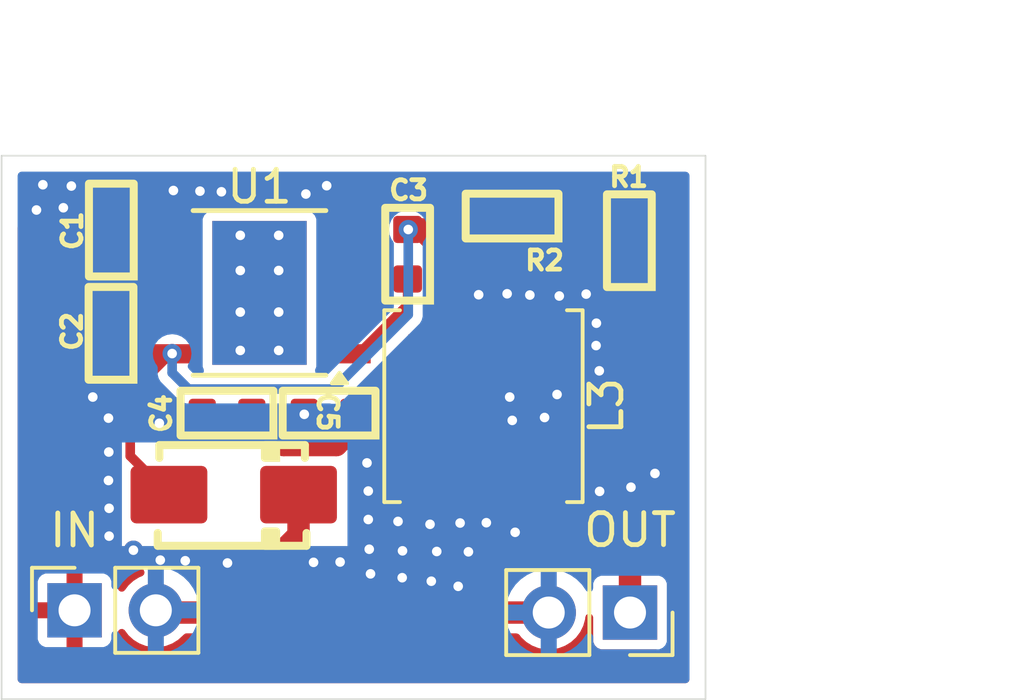
<source format=kicad_pcb>
(kicad_pcb (version 20240108) (generator "pcbnew") (generator_version "8.0")
  (layers (0 "F.Cu" signal) (31 "B.Cu" signal) (34 "B.Paste" user) (35 "F.Paste" user) (36 "B.SilkS" user "B.Silkscreen") (37 "F.SilkS" user "F.Silkscreen") (38 "B.Mask" user) (39 "F.Mask" user) (44 "Edge.Cuts" user))
  (net 0 "")
  (net 1 "GND")
  (net 2 "Net-(U1-BOOT)")
  (net 3 "/Vout")
  (net 4 "Net-(R1-Pad2)")
  (net 5 "/Vin")
  (net 8 "Net-(D3-K)")
  (net 9 "AGND")
  (footprint "KICAD_USB_FOOTPRINT_CUS:Package-Diode-D_SMA" (layer "F.Cu") (at 129.63 38.5525 180)
    (property "Reference" "D3" (hide yes))
    (property "Value" "D_Schottky_Small" (hide yes))
    (fp_line (start 2.45 -1.6) (end 2.45 -1.200001) (stroke (width 0.25)) (layer "F.SilkS"))
    (fp_line (start 2.4 1.55) (end 2.4 1.15) (stroke (width 0.25)) (layer "F.SilkS"))
    (fp_line (start -2.15 1.55) (end 2.4 1.55) (stroke (width 0.25)) (layer "F.SilkS"))
    (fp_line (start -2.15 1.15) (end -2.15 1.55) (stroke (width 0.25)) (layer "F.SilkS"))
    (fp_line (start -2.2 -1.6) (end 2.45 -1.6) (stroke (width 0.25)) (layer "F.SilkS"))
    (fp_line (start -2.2 -1.6) (end -2.2 -1.2) (stroke (width 0.25)) (layer "F.SilkS"))
    (fp_poly (pts (xy -1.25 1.15) (xy -0.9 1.15) (xy -0.900001 1.55) (xy -1.25 1.55)) (stroke (width 0.25)) (fill solid) (layer "F.SilkS"))
    (fp_poly (pts (xy -1.25 -1.6) (xy -0.9 -1.6) (xy -0.9 -1.15) (xy -1.25 -1.15)) (stroke (width 0.25)) (fill solid) (layer "F.SilkS"))
    (pad "1" smd roundrect (at 2.1 0 180) (size 2.4 1.8) (layers "F.Cu" "F.Paste" "F.Mask") (roundrect_rratio 0.1) (net 8 "Net-(D3-K)"))
    (pad "2" smd roundrect (at -1.95 0 180) (size 2.4 1.8) (layers "F.Cu" "F.Paste" "F.Mask") (roundrect_rratio 0.1) (net 1 "GND"))
  )
  (footprint "KICAD_USB_FOOTPRINT_CUS:C_0603" (layer "F.Cu") (at 132.535 36.0025 180)
    (property "Reference" "C5" (at 0.045 0.0325 -90) (layer "F.SilkS") (effects (font (size 0.6 0.6) (thickness 0.15) (bold yes))))
    (property "Value" "10uF" (hide yes))
    (fp_poly (pts (xy -1.4508 -0.7) (xy 1.4508 -0.7) (xy 1.4508 0.7) (xy -1.4508 0.7)) (stroke (width 0.25)) (fill none) (layer "F.SilkS"))
    (pad "1" smd roundrect (at -0.775 0) (size 0.85 0.9) (layers "F.Cu" "F.Paste" "F.Mask") (roundrect_rratio 0.15) (net 3 "/Vout"))
    (pad "2" smd roundrect (at 0.775 0) (size 0.85 0.9) (layers "F.Cu" "F.Paste" "F.Mask") (roundrect_rratio 0.15) (net 1 "GND"))
  )
  (footprint "KICAD_USB_FOOTPRINT_CUS:C_0603" (layer "F.Cu") (at 129.345 36.002501 180)
    (property "Reference" "C4" (at 2.055 -0.010001 90) (layer "F.SilkS") (effects (font (size 0.6 0.6) (thickness 0.15) (bold yes))))
    (property "Value" "1uF" (hide yes))
    (fp_poly (pts (xy -1.4508 -0.7) (xy 1.4508 -0.7) (xy 1.4508 0.7) (xy -1.4508 0.7)) (stroke (width 0.25)) (fill none) (layer "F.SilkS"))
    (pad "1" smd roundrect (at -0.775 0) (size 0.85 0.9) (layers "F.Cu" "F.Paste" "F.Mask") (roundrect_rratio 0.15) (net 3 "/Vout"))
    (pad "2" smd roundrect (at 0.775 0) (size 0.85 0.9) (layers "F.Cu" "F.Paste" "F.Mask") (roundrect_rratio 0.15) (net 1 "GND"))
  )
  (footprint "Package_SO:TI_SO-PowerPAD-8_ThermalVias" (layer "F.Cu") (at 130.36 32.2425 180)
    (property "Reference" "U1" (at 0 3.320001 0) (layer "F.SilkS"))
    (property "Value" "TPS5430DDA" (hide yes))
    (fp_line (start -2.075001 2.575) (end 2.075001 2.575) (stroke (width 0.15)) (layer "F.SilkS"))
    (fp_line (start -2.075001 -2.575) (end 2.075001 -2.575) (stroke (width 0.15)) (layer "F.SilkS"))
    (fp_poly (pts (xy -2.5 -2.5) (xy -2.74 -2.83) (xy -2.26 -2.83) (xy -2.5 -2.5)) (stroke (width 0.12)) (fill solid) (layer "F.SilkS"))
    (pad "1" smd rect (at -2.7 -1.905 180) (size 1.55 0.6) (layers "F.Cu" "F.Paste" "F.Mask") (net 2 "Net-(U1-BOOT)"))
    (pad "2" smd rect (at -2.7 -0.635 180) (size 1.55 0.6) (layers "F.Cu" "F.Paste" "F.Mask"))
    (pad "3" smd rect (at -2.7 0.635 180) (size 1.55 0.6) (layers "F.Cu" "F.Paste" "F.Mask"))
    (pad "4" smd rect (at -2.7 1.905 180) (size 1.55 0.6) (layers "F.Cu" "F.Paste" "F.Mask") (net 1 "GND"))
    (pad "5" smd rect (at 2.7 1.905 180) (size 1.55 0.6) (layers "F.Cu" "F.Paste" "F.Mask") (net 1 "GND"))
    (pad "6" smd rect (at 2.7 0.635 180) (size 1.55 0.6) (layers "F.Cu" "F.Paste" "F.Mask") (net 1 "GND"))
    (pad "7" smd rect (at 2.7 -0.635 180) (size 1.55 0.6) (layers "F.Cu" "F.Paste" "F.Mask") (net 5 "/Vin"))
    (pad "8" smd rect (at 2.7 -1.905 180) (size 1.55 0.6) (layers "F.Cu" "F.Paste" "F.Mask") (net 8 "Net-(D3-K)"))
    (pad "9" thru_hole circle (at -0.6 -1.8 180) (size 0.6 0.6) (drill 0.3) (layers "*.Cu") (net 9 "AGND"))
    (pad "9" thru_hole circle (at -0.6 -0.6 180) (size 0.6 0.6) (drill 0.3) (layers "*.Cu") (net 9 "AGND"))
    (pad "9" thru_hole circle (at -0.6 0.7 180) (size 0.6 0.6) (drill 0.3) (layers "*.Cu") (net 9 "AGND"))
    (pad "9" thru_hole circle (at -0.6 1.8 180) (size 0.6 0.6) (drill 0.3) (layers "*.Cu") (net 9 "AGND"))
    (pad "9" smd rect (at 0 0 180) (size 2.6 3.1) (layers "F.Cu" "F.Paste" "F.Mask") (net 9 "AGND"))
    (pad "9" smd rect (at 0 0 180) (size 2.95 4.5) (layers "F.Cu") (net 9 "AGND"))
    (pad "9" smd rect (at 0 0 180) (size 2.95 4.5) (layers "B.Cu") (net 9 "AGND"))
    (pad "9" thru_hole circle (at 0.6 -1.8 180) (size 0.6 0.6) (drill 0.3) (layers "*.Cu") (net 9 "AGND"))
    (pad "9" thru_hole circle (at 0.6 -0.6 180) (size 0.6 0.6) (drill 0.3) (layers "*.Cu") (net 9 "AGND"))
    (pad "9" thru_hole circle (at 0.6 0.7 180) (size 0.6 0.6) (drill 0.3) (layers "*.Cu") (net 9 "AGND"))
    (pad "9" thru_hole circle (at 0.6 1.8 180) (size 0.6 0.6) (drill 0.3) (layers "*.Cu") (net 9 "AGND"))
  )
  (footprint "Connector_PinSocket_2.54mm:PinSocket_1x02_P2.54mm_Vertical" (layer "F.Cu") (at 124.58 42.17 90)
    (property "Reference" "IN" (at 2.5 0 180) (layer "F.SilkS"))
    (property "Value" "Conn_01x02_Socket" (hide yes))
    (fp_line (start 1.33 -1.33) (end 1.33 0) (stroke (width 0.12)) (layer "F.SilkS"))
    (fp_line (start 0 -1.33) (end 1.33 -1.33) (stroke (width 0.12)) (layer "F.SilkS"))
    (fp_line (start 1.33 1.270001) (end 1.33 3.87) (stroke (width 0.12)) (layer "F.SilkS"))
    (fp_line (start -1.33 1.270001) (end 1.33 1.270001) (stroke (width 0.12)) (layer "F.SilkS"))
    (fp_line (start -1.33 1.270001) (end -1.33 3.87) (stroke (width 0.12)) (layer "F.SilkS"))
    (fp_line (start -1.33 3.87) (end 1.33 3.87) (stroke (width 0.12)) (layer "F.SilkS"))
    (pad "1" thru_hole rect (at 0 0 90) (size 1.7 1.7) (drill 1) (layers "*.Cu" "*.Mask") (net 5 "/Vin"))
    (pad "2" thru_hole oval (at 0 2.54 90) (size 1.7 1.7) (drill 1) (layers "*.Cu" "*.Mask") (net 1 "GND"))
  )
  (footprint "Inductor_SMD:L_Coilcraft_XAL5030-XXX" (layer "F.Cu") (at 137.36 35.785 -90)
    (property "Reference" "L3" (at 0 -3.84 90) (layer "F.SilkS"))
    (property "Value" "15uH" (hide yes))
    (fp_line (start -3 3.1) (end 3 3.1) (stroke (width 0.12)) (layer "F.SilkS"))
    (fp_line (start -3 3.1) (end -3 2.61) (stroke (width 0.12)) (layer "F.SilkS"))
    (fp_line (start 3 3.1) (end 3 2.61) (stroke (width 0.12)) (layer "F.SilkS"))
    (fp_line (start -3 -3.1) (end -3 -2.61) (stroke (width 0.12)) (layer "F.SilkS"))
    (fp_line (start -3 -3.1) (end 3 -3.1) (stroke (width 0.12)) (layer "F.SilkS"))
    (fp_line (start 3 -3.1) (end 3 -2.61) (stroke (width 0.12)) (layer "F.SilkS"))
    (pad "1" smd rect (at -1.655 0 270) (size 1.18 4.7) (layers "F.Cu" "F.Paste" "F.Mask") (net 8 "Net-(D3-K)"))
    (pad "2" smd rect (at 1.655 0 270) (size 1.18 4.7) (layers "F.Cu" "F.Paste" "F.Mask") (net 3 "/Vout"))
  )
  (footprint "KICAD_USB_FOOTPRINT_CUS:C_0603" (layer "F.Cu") (at 125.72 33.5075 -90)
    (property "Reference" "C2" (at -0.06 1.22 90) (layer "F.SilkS") (effects (font (size 0.6 0.6) (thickness 0.15) (bold yes))))
    (property "Value" "1uF" (hide yes))
    (fp_poly (pts (xy -1.4508 -0.7) (xy 1.4508 -0.7) (xy 1.4508 0.7) (xy -1.4508 0.7)) (stroke (width 0.25)) (fill none) (layer "F.SilkS"))
    (pad "1" smd roundrect (at -0.775 0 90) (size 0.85 0.9) (layers "F.Cu" "F.Paste" "F.Mask") (roundrect_rratio 0.15) (net 5 "/Vin"))
    (pad "2" smd roundrect (at 0.775 0 90) (size 0.85 0.9) (layers "F.Cu" "F.Paste" "F.Mask") (roundrect_rratio 0.15) (net 1 "GND"))
  )
  (footprint "KICAD_USB_FOOTPRINT_CUS:R_0603" (layer "F.Cu") (at 138.255 29.84 180)
    (property "Reference" "R2" (at -1.015 -1.39 0) (layer "F.SilkS") (effects (font (size 0.6 0.6) (thickness 0.15) (bold yes))))
    (property "Value" "100K" (hide yes))
    (fp_poly (pts (xy -1.45 -0.7) (xy 1.45 -0.7) (xy 1.45 0.7) (xy -1.45 0.7)) (stroke (width 0.25)) (fill none) (layer "F.SilkS"))
    (pad "1" smd roundrect (at -0.775 0) (size 0.85 0.9) (layers "F.Cu" "F.Paste" "F.Mask") (roundrect_rratio 0.15) (net 4 "Net-(R1-Pad2)"))
    (pad "2" smd roundrect (at 0.775 0) (size 0.85 0.9) (layers "F.Cu" "F.Paste" "F.Mask") (roundrect_rratio 0.15) (net 1 "GND"))
  )
  (footprint "KICAD_USB_FOOTPRINT_CUS:C_0603" (layer "F.Cu") (at 125.73 30.2775 90)
    (property "Reference" "C1" (at -0.02 -1.22 90) (layer "F.SilkS") (effects (font (size 0.6 0.6) (thickness 0.15) (bold yes))))
    (property "Value" "10uF" (hide yes))
    (fp_poly (pts (xy -1.4508 -0.7) (xy 1.4508 -0.7) (xy 1.4508 0.7) (xy -1.4508 0.7)) (stroke (width 0.25)) (fill none) (layer "F.SilkS"))
    (pad "1" smd roundrect (at -0.775 0 270) (size 0.85 0.9) (layers "F.Cu" "F.Paste" "F.Mask") (roundrect_rratio 0.15) (net 5 "/Vin"))
    (pad "2" smd roundrect (at 0.775 0 270) (size 0.85 0.9) (layers "F.Cu" "F.Paste" "F.Mask") (roundrect_rratio 0.15) (net 1 "GND"))
  )
  (footprint "KICAD_USB_FOOTPRINT_CUS:C_0603" (layer "F.Cu") (at 134.99 31.0325 -90)
    (property "Reference" "C3" (at -2 -0.03 0) (layer "F.SilkS") (effects (font (size 0.6 0.6) (thickness 0.15) (bold yes))))
    (property "Value" "10uF" (hide yes))
    (fp_poly (pts (xy -1.4508 -0.7) (xy 1.4508 -0.7) (xy 1.4508 0.7) (xy -1.4508 0.7)) (stroke (width 0.25)) (fill none) (layer "F.SilkS"))
    (pad "1" smd roundrect (at -0.775 0 90) (size 0.85 0.9) (layers "F.Cu" "F.Paste" "F.Mask") (roundrect_rratio 0.15) (net 8 "Net-(D3-K)"))
    (pad "2" smd roundrect (at 0.775 0 90) (size 0.85 0.9) (layers "F.Cu" "F.Paste" "F.Mask") (roundrect_rratio 0.15) (net 2 "Net-(U1-BOOT)"))
  )
  (footprint "Connector_PinSocket_2.54mm:PinSocket_1x02_P2.54mm_Vertical" (layer "F.Cu") (at 141.94 42.24 -90)
    (property "Reference" "OUT" (at -2.58 0 180) (layer "F.SilkS"))
    (property "Value" "Conn_01x02_Socket" (hide yes))
    (fp_line (start -1.33 3.87) (end 1.33 3.87) (stroke (width 0.12)) (layer "F.SilkS"))
    (fp_line (start -1.33 1.270001) (end -1.33 3.87) (stroke (width 0.12)) (layer "F.SilkS"))
    (fp_line (start -1.33 1.270001) (end 1.33 1.270001) (stroke (width 0.12)) (layer "F.SilkS"))
    (fp_line (start 1.33 1.270001) (end 1.33 3.87) (stroke (width 0.12)) (layer "F.SilkS"))
    (fp_line (start 0 -1.33) (end 1.33 -1.33) (stroke (width 0.12)) (layer "F.SilkS"))
    (fp_line (start 1.33 -1.33) (end 1.33 0) (stroke (width 0.12)) (layer "F.SilkS"))
    (pad "1" thru_hole rect (at 0 0 270) (size 1.7 1.7) (drill 1) (layers "*.Cu" "*.Mask") (net 3 "/Vout"))
    (pad "2" thru_hole oval (at 0 2.54 270) (size 1.7 1.7) (drill 1) (layers "*.Cu" "*.Mask") (net 1 "GND"))
  )
  (footprint "KICAD_USB_FOOTPRINT_CUS:R_0603" (layer "F.Cu") (at 141.92 30.61 90)
    (property "Reference" "R1" (at 1.99 -0.02 0) (layer "F.SilkS") (effects (font (size 0.6 0.6) (thickness 0.15) (bold yes))))
    (property "Value" "316" (hide yes))
    (fp_poly (pts (xy -1.45 -0.7) (xy 1.45 -0.7) (xy 1.45 0.7) (xy -1.45 0.7)) (stroke (width 0.25)) (fill none) (layer "F.SilkS"))
    (pad "1" smd roundrect (at -0.775 0 270) (size 0.85 0.9) (layers "F.Cu" "F.Paste" "F.Mask") (roundrect_rratio 0.15) (net 3 "/Vout"))
    (pad "2" smd roundrect (at 0.775 0 270) (size 0.85 0.9) (layers "F.Cu" "F.Paste" "F.Mask") (roundrect_rratio 0.15) (net 4 "Net-(R1-Pad2)"))
  )
  (gr_rect (start 122.3 27.95) (end 144.3 44.95) (stroke (width 0.05)) (fill none) (layer "Edge.Cuts"))
  (segment (start 133.06 29.43) (end 133.06 30.3375) (width 0.5) (layer "F.Cu") (net 1))
  (segment (start 127.547499 36.002501) (end 127.23 36.32) (width 0.5) (layer "F.Cu") (net 1))
  (segment (start 125.73 29.5025) (end 125.0825 29.5025) (width 0.5) (layer "F.Cu") (net 1))
  (segment (start 132.46 28.89) (end 132.52 28.89) (width 0.5) (layer "F.Cu") (net 1))
  (segment (start 128.57 36.002501) (end 127.547499 36.002501) (width 0.5) (layer "F.Cu") (net 1))
  (segment (start 132.52 28.89) (end 133.06 29.43) (width 0.5) (layer "F.Cu") (net 1))
  (segment (start 128.82 42.24) (end 127.19 42.24) (width 0.7) (layer "F.Cu") (net 1))
  (segment (start 125.72 34.93) (end 125.15 35.5) (width 0.5) (layer "F.Cu") (net 1))
  (segment (start 137.48 29.39) (end 137.04 28.95) (width 0.5) (layer "F.Cu") (net 1))
  (segment (start 125.0825 29.5025) (end 124.48 28.9) (width 0.5) (layer "F.Cu") (net 1))
  (segment (start 127.66 30.3375) (end 126.825 29.5025) (width 0.5) (layer "F.Cu") (net 1))
  (segment (start 131.58 38.5525) (end 131.58 39.82) (width 0.7) (layer "F.Cu") (net 1))
  (segment (start 139.4 42.24) (end 128.82 42.24) (width 0.7) (layer "F.Cu") (net 1))
  (segment (start 126.825 29.5025) (end 125.73 29.5025) (width 0.5) (layer "F.Cu") (net 1))
  (segment (start 131.58 39.82) (end 129.16 42.24) (width 0.7) (layer "F.Cu") (net 1))
  (segment (start 133.54 28.95) (end 133.06 29.43) (width 0.5) (layer "F.Cu") (net 1))
  (segment (start 127.19 42.24) (end 127.12 42.17) (width 0.7) (layer "F.Cu") (net 1))
  (segment (start 137.48 29.84) (end 137.48 29.39) (width 0.5) (layer "F.Cu") (net 1))
  (segment (start 137.04 28.95) (end 133.54 28.95) (width 0.5) (layer "F.Cu") (net 1))
  (segment (start 125.72 34.2825) (end 125.72 34.93) (width 0.5) (layer "F.Cu") (net 1))
  (segment (start 129.16 42.24) (end 128.82 42.24) (width 0.7) (layer "F.Cu") (net 1))
  (segment (start 127.66 30.3375) (end 127.66 31.6075) (width 0.5) (layer "F.Cu") (net 1))
  (via (at 127.23 36.32) (size 0.6) (drill 0.3) (layers "F.Cu" "B.Cu") (net 1))
  (via (at 134.69 39.39) (size 0.6) (drill 0.3) (layers "F.Cu" "B.Cu") (net 1))
  (via (at 128.5 29.06) (size 0.6) (drill 0.3) (layers "F.Cu" "B.Cu") (net 1))
  (via (at 133.72 37.56) (size 0.6) (drill 0.3) (layers "F.Cu" "B.Cu") (net 1))
  (via (at 129.17 29.08) (size 0.6) (drill 0.3) (layers "F.Cu" "B.Cu") (net 1))
  (via (at 132.88 40.66) (size 0.6) (drill 0.3) (layers "F.Cu" "B.Cu") (net 1))
  (via (at 133.76 39.33) (size 0.6) (drill 0.3) (layers "F.Cu" "B.Cu") (net 1))
  (via (at 134.82 41.15) (size 0.6) (drill 0.3) (layers "F.Cu" "B.Cu") (net 1))
  (via (at 123.39 29.65) (size 0.6) (drill 0.3) (layers "F.Cu" "B.Cu") (net 1))
  (via (at 140.99 38.45) (size 0.6) (drill 0.3) (layers "F.Cu" "B.Cu") (net 1))
  (via (at 141.97 38.32) (size 0.6) (drill 0.3) (layers "F.Cu" "B.Cu") (net 1))
  (via (at 133.83 41.03) (size 0.6) (drill 0.3) (layers "F.Cu" "B.Cu") (net 1))
  (via (at 140.57 32.28) (size 0.6) (drill 0.3) (layers "F.Cu" "B.Cu") (net 1))
  (via (at 138.18 35.5) (size 0.6) (drill 0.3) (layers "F.Cu" "B.Cu") (net 1))
  (via (at 139.73 32.34) (size 0.6) (drill 0.3) (layers "F.Cu" "B.Cu") (net 1))
  (via (at 135.69 39.48) (size 0.6) (drill 0.3) (layers "F.Cu" "B.Cu") (net 1))
  (via (at 129.36 40.69) (size 0.6) (drill 0.3) (layers "F.Cu" "B.Cu") (net 1))
  (via (at 127.67 29.04) (size 0.6) (drill 0.3) (layers "F.Cu" "B.Cu") (net 1))
  (via (at 127.26 40.6) (size 0.6) (drill 0.3) (layers "F.Cu" "B.Cu") (net 1))
  (via (at 142.72 37.89) (size 0.6) (drill 0.3) (layers "F.Cu" "B.Cu") (net 1))
  (via (at 134.83 40.31) (size 0.6) (drill 0.3) (layers "F.Cu" "B.Cu") (net 1))
  (via (at 133.76 38.44) (size 0.6) (drill 0.3) (layers "F.Cu" "B.Cu") (net 1))
  (via (at 132.46 28.89) (size 0.6) (drill 0.3) (layers "F.Cu" "B.Cu") (net 1))
  (via (at 132.05 40.67) (size 0.6) (drill 0.3) (layers "F.Cu" "B.Cu") (net 1))
  (via (at 125.66 39.85) (size 0.6) (drill 0.3) (layers "F.Cu" "B.Cu") (net 1))
  (via (at 137.45 39.43) (size 0.6) (drill 0.3) (layers "F.Cu" "B.Cu") (net 1))
  (via (at 140.89 33.19) (size 0.6) (drill 0.3) (layers "F.Cu" "B.Cu") (net 1))
  (via (at 140.88 33.89) (size 0.6) (drill 0.3) (layers "F.Cu" "B.Cu") (net 1))
  (via (at 139.27 36.14) (size 0.6) (drill 0.3) (layers "F.Cu" "B.Cu") (net 1))
  (via (at 131.81 29.15) (size 0.6) (drill 0.3) (layers "F.Cu" "B.Cu") (net 1))
  (via (at 124.48 28.9) (size 0.6) (drill 0.3) (layers "F.Cu" "B.Cu") (net 1))
  (via (at 125.64 36.16) (size 0.6) (drill 0.3) (layers "F.Cu" "B.Cu") (net 1))
  (via (at 138.26 36.23) (size 0.6) (drill 0.3) (layers "F.Cu" "B.Cu") (net 1))
  (via (at 128.04 40.62) (size 0.6) (drill 0.3) (layers "F.Cu" "B.Cu") (net 1))
  (via (at 138.1 32.27) (size 0.6) (drill 0.3) (layers "F.Cu" "B.Cu") (net 1))
  (via (at 140.98 34.68) (size 0.6) (drill 0.3) (layers "F.Cu" "B.Cu") (net 1))
  (via (at 123.59 28.86) (size 0.6) (drill 0.3) (layers "F.Cu" "B.Cu") (net 1))
  (via (at 125.64 38.11) (size 0.6) (drill 0.3) (layers "F.Cu" "B.Cu") (net 1))
  (via (at 138.35 39.73) (size 0.6) (drill 0.3) (layers "F.Cu" "B.Cu") (net 1))
  (via (at 125.65 37.22) (size 0.6) (drill 0.3) (layers "F.Cu" "B.Cu") (net 1))
  (via (at 136.63 39.44) (size 0.6) (drill 0.3) (layers "F.Cu" "B.Cu") (net 1))
  (via (at 126.42 40.29) (size 0.6) (drill 0.3) (layers "F.Cu" "B.Cu") (net 1))
  (via (at 139.66 35.42) (size 0.6) (drill 0.3) (layers "F.Cu" "B.Cu") (net 1))
  (via (at 135.9 40.33) (size 0.6) (drill 0.3) (layers "F.Cu" "B.Cu") (net 1))
  (via (at 136.57 41.42) (size 0.6) (drill 0.3) (layers "F.Cu" "B.Cu") (net 1))
  (via (at 124.23 29.58) (size 0.6) (drill 0.3) (layers "F.Cu" "B.Cu") (net 1))
  (via (at 133.79 40.26) (size 0.6) (drill 0.3) (layers "F.Cu" "B.Cu") (net 1))
  (via (at 136.89 40.34) (size 0.6) (drill 0.3) (layers "F.Cu" "B.Cu") (net 1))
  (via (at 138.81 32.31) (size 0.6) (drill 0.3) (layers "F.Cu" "B.Cu") (net 1))
  (via (at 131.76 36.04) (size 0.6) (drill 0.3) (layers "F.Cu" "B.Cu") (net 1))
  (via (at 137.21 32.3) (size 0.6) (drill 0.3) (layers "F.Cu" "B.Cu") (net 1))
  (via (at 135.73 41.26) (size 0.6) (drill 0.3) (layers "F.Cu" "B.Cu") (net 1))
  (via (at 125.15 35.5) (size 0.6) (drill 0.3) (layers "F.Cu" "B.Cu") (net 1))
  (via (at 125.66 38.98) (size 0.6) (drill 0.3) (layers "F.Cu" "B.Cu") (net 1))
  (segment (start 134.99 31.8075) (end 134.99 32.62) (width 0.3) (layer "F.Cu") (net 2))
  (segment (start 134.99 32.62) (end 133.4625 34.1475) (width 0.3) (layer "F.Cu") (net 2))
  (segment (start 133.4625 34.1475) (end 133.06 34.1475) (width 0.3) (layer "F.Cu") (net 2))
  (segment (start 141.94 40.9) (end 140.69 39.65) (width 0.7) (layer "F.Cu") (net 3))
  (segment (start 131.119999 37.0025) (end 132.76 37.0025) (width 0.7) (layer "F.Cu") (net 3))
  (segment (start 141.92 36.98) (end 141.46 37.44) (width 0.7) (layer "F.Cu") (net 3))
  (segment (start 135.9225 36.0025) (end 137.36 37.44) (width 0.7) (layer "F.Cu") (net 3))
  (segment (start 141.46 37.44) (end 137.36 37.44) (width 0.7) (layer "F.Cu") (net 3))
  (segment (start 130.12 36.002501) (end 131.119999 37.0025) (width 0.7) (layer "F.Cu") (net 3))
  (segment (start 140.69 39.65) (end 139.57 39.65) (width 0.7) (layer "F.Cu") (net 3))
  (segment (start 132.76 37.0025) (end 133.31 36.4525) (width 0.7) (layer "F.Cu") (net 3))
  (segment (start 133.31 36.0025) (end 135.9225 36.0025) (width 0.7) (layer "F.Cu") (net 3))
  (segment (start 133.31 36.4525) (end 133.31 36.0025) (width 0.7) (layer "F.Cu") (net 3))
  (segment (start 141.94 42.24) (end 141.94 40.9) (width 0.7) (layer "F.Cu") (net 3))
  (segment (start 139.57 39.65) (end 137.36 37.44) (width 0.7) (layer "F.Cu") (net 3))
  (segment (start 141.92 31.385) (end 141.92 36.98) (width 0.7) (layer "F.Cu") (net 3))
  (segment (start 141.915 29.84) (end 141.92 29.835) (width 0.3) (layer "F.Cu") (net 4))
  (segment (start 139.03 29.84) (end 141.915 29.84) (width 0.3) (layer "F.Cu") (net 4))
  (segment (start 125.73 32.7225) (end 125.72 32.7325) (width 0.7) (layer "F.Cu") (net 5))
  (segment (start 127.66 32.8775) (end 125.865 32.8775) (width 0.7) (layer "F.Cu") (net 5))
  (segment (start 125.865 32.8775) (end 125.72 32.7325) (width 0.7) (layer "F.Cu") (net 5))
  (segment (start 136 32.77) (end 137.36 34.13) (width 0.7) (layer "F.Cu") (net 8))
  (segment (start 135.44 30.2575) (end 136 30.8175) (width 0.7) (layer "F.Cu") (net 8))
  (segment (start 126.32 37.3425) (end 127.53 38.5525) (width 0.3) (layer "F.Cu") (net 8))
  (segment (start 127.6375 34.1475) (end 127.63 34.14) (width 0.3) (layer "F.Cu") (net 8))
  (segment (start 135.0075 30.2575) (end 135.01 30.26) (width 0.7) (layer "F.Cu") (net 8))
  (segment (start 126.32 35.4) (end 126.32 37.3425) (width 0.3) (layer "F.Cu") (net 8))
  (segment (start 135.0125 30.2575) (end 135.44 30.2575) (width 0.7) (layer "F.Cu") (net 8))
  (segment (start 136 30.8175) (end 136 32.77) (width 0.7) (layer "F.Cu") (net 8))
  (segment (start 127.6225 34.1475) (end 127.5725 34.1475) (width 0.3) (layer "F.Cu") (net 8))
  (segment (start 127.63 34.14) (end 127.6225 34.1475) (width 0.3) (layer "F.Cu") (net 8))
  (segment (start 134.99 30.2575) (end 135.0075 30.2575) (width 0.7) (layer "F.Cu") (net 8))
  (segment (start 127.66 34.1475) (end 127.6375 34.1475) (width 0.3) (layer "F.Cu") (net 8))
  (segment (start 135.01 30.26) (end 135.0125 30.2575) (width 0.7) (layer "F.Cu") (net 8))
  (segment (start 127.5725 34.1475) (end 126.32 35.4) (width 0.3) (layer "F.Cu") (net 8))
  (via (at 135.01 30.26) (size 0.6) (drill 0.3) (layers "F.Cu" "B.Cu") (net 8))
  (via (at 127.63 34.14) (size 0.6) (drill 0.3) (layers "F.Cu" "B.Cu") (net 8))
  (segment (start 127.63 34.14) (end 127.63 34.74) (width 0.3) (layer "B.Cu") (net 8))
  (segment (start 132.66 35.25) (end 132.67 35.26) (width 0.3) (layer "B.Cu") (net 8))
  (segment (start 132.67 35.26) (end 135.01 32.92) (width 0.3) (layer "B.Cu") (net 8))
  (segment (start 127.63 34.74) (end 128.14 35.25) (width 0.3) (layer "B.Cu") (net 8))
  (segment (start 128.14 35.25) (end 132.66 35.25) (width 0.3) (layer "B.Cu") (net 8))
  (segment (start 135.01 32.92) (end 135.01 30.26) (width 0.3) (layer "B.Cu") (net 8))
  (zone (net 5) (net_name "/Vin") (layer "F.Cu") (connect_pads (clearance 0.3)) (min_thickness 0.25) (fill yes (thermal_gap 0.5) (thermal_bridge_width 0.5))
    (polygon (pts (xy 122.3 27.95) (xy 144.29 27.95) (xy 144.31 44.95) (xy 122.32 44.93)))
  )
  (zone (net 0) (net_name "") (layers "F.Cu" "Dwgs.User") (connect_pads (clearance 0)) (min_thickness 0.25)
    (keepout (tracks allowed) (vias allowed) (pads allowed) (copperpour not_allowed) (footprints allowed))
    (fill (thermal_gap 0.5) (thermal_bridge_width 0.5))
    (polygon (pts (xy 141.05 38.77) (xy 143.75 38.77) (xy 143.75 44) (xy 142.88 44) (xy 142.88 40.47) (xy 141.05 40.43)))
  )
  (zone (net 1) (net_name "GND") (layer "B.Cu") (priority 1) (connect_pads (clearance 0.3)) (min_thickness 0.25) (fill yes (thermal_gap 0.5) (thermal_bridge_width 0.5))
    (polygon (pts (xy 122.3 27.95) (xy 144.29 27.95) (xy 144.31 44.95) (xy 122.32 44.93)))
  )
  (zone (net 0) (net_name "") (layers "B.Cu" "Dwgs.User") (connect_pads (clearance 0)) (min_thickness 0.25)
    (keepout (tracks allowed) (vias allowed) (pads allowed) (copperpour not_allowed) (footprints allowed))
    (fill (thermal_gap 0.5) (thermal_bridge_width 0.5))
    (polygon (pts (xy 126.06 36.92) (xy 133.11 36.92) (xy 133.11 40.16) (xy 126.06 40.16)))
  )
)
</source>
